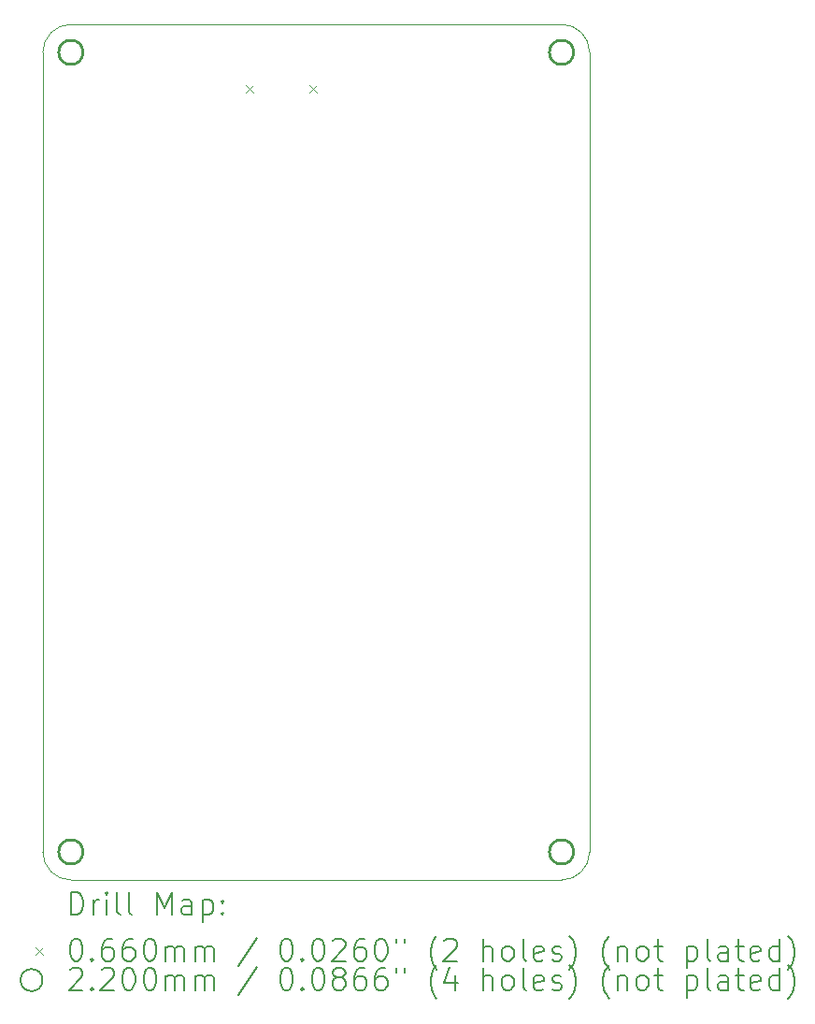
<source format=gbr>
%FSLAX45Y45*%
G04 Gerber Fmt 4.5, Leading zero omitted, Abs format (unit mm)*
G04 Created by KiCad (PCBNEW (6.0.2)) date 2022-04-01 16:02:18*
%MOMM*%
%LPD*%
G01*
G04 APERTURE LIST*
%TA.AperFunction,Profile*%
%ADD10C,0.050000*%
%TD*%
%ADD11C,0.200000*%
%ADD12C,0.066040*%
%ADD13C,0.220000*%
G04 APERTURE END LIST*
D10*
X5969000Y-11303000D02*
G75*
G03*
X6223000Y-11557000I254000J0D01*
G01*
X10668000Y-11557000D02*
G75*
G03*
X10922000Y-11303000I0J254000D01*
G01*
X5969000Y-11303000D02*
X5969000Y-4064000D01*
X10668000Y-11557000D02*
X6223000Y-11557000D01*
X10922000Y-4064000D02*
G75*
G03*
X10668000Y-3810000I-254000J0D01*
G01*
X10922000Y-4064000D02*
X10922000Y-11303000D01*
X6223000Y-3810000D02*
G75*
G03*
X5969000Y-4064000I0J-254000D01*
G01*
X6223000Y-3810000D02*
X10668000Y-3810000D01*
D11*
D12*
X7805980Y-4361360D02*
X7872020Y-4427400D01*
X7872020Y-4361360D02*
X7805980Y-4427400D01*
X8383980Y-4361360D02*
X8450020Y-4427400D01*
X8450020Y-4361360D02*
X8383980Y-4427400D01*
D13*
X6333000Y-4064000D02*
G75*
G03*
X6333000Y-4064000I-110000J0D01*
G01*
X6333000Y-11303000D02*
G75*
G03*
X6333000Y-11303000I-110000J0D01*
G01*
X10778000Y-4064000D02*
G75*
G03*
X10778000Y-4064000I-110000J0D01*
G01*
X10778000Y-11303000D02*
G75*
G03*
X10778000Y-11303000I-110000J0D01*
G01*
D11*
X6224119Y-11869976D02*
X6224119Y-11669976D01*
X6271738Y-11669976D01*
X6300309Y-11679500D01*
X6319357Y-11698548D01*
X6328881Y-11717595D01*
X6338405Y-11755690D01*
X6338405Y-11784262D01*
X6328881Y-11822357D01*
X6319357Y-11841405D01*
X6300309Y-11860452D01*
X6271738Y-11869976D01*
X6224119Y-11869976D01*
X6424119Y-11869976D02*
X6424119Y-11736643D01*
X6424119Y-11774738D02*
X6433643Y-11755690D01*
X6443167Y-11746167D01*
X6462214Y-11736643D01*
X6481262Y-11736643D01*
X6547928Y-11869976D02*
X6547928Y-11736643D01*
X6547928Y-11669976D02*
X6538405Y-11679500D01*
X6547928Y-11689024D01*
X6557452Y-11679500D01*
X6547928Y-11669976D01*
X6547928Y-11689024D01*
X6671738Y-11869976D02*
X6652690Y-11860452D01*
X6643167Y-11841405D01*
X6643167Y-11669976D01*
X6776500Y-11869976D02*
X6757452Y-11860452D01*
X6747928Y-11841405D01*
X6747928Y-11669976D01*
X7005071Y-11869976D02*
X7005071Y-11669976D01*
X7071738Y-11812833D01*
X7138405Y-11669976D01*
X7138405Y-11869976D01*
X7319357Y-11869976D02*
X7319357Y-11765214D01*
X7309833Y-11746167D01*
X7290786Y-11736643D01*
X7252690Y-11736643D01*
X7233643Y-11746167D01*
X7319357Y-11860452D02*
X7300309Y-11869976D01*
X7252690Y-11869976D01*
X7233643Y-11860452D01*
X7224119Y-11841405D01*
X7224119Y-11822357D01*
X7233643Y-11803309D01*
X7252690Y-11793786D01*
X7300309Y-11793786D01*
X7319357Y-11784262D01*
X7414595Y-11736643D02*
X7414595Y-11936643D01*
X7414595Y-11746167D02*
X7433643Y-11736643D01*
X7471738Y-11736643D01*
X7490786Y-11746167D01*
X7500309Y-11755690D01*
X7509833Y-11774738D01*
X7509833Y-11831881D01*
X7500309Y-11850928D01*
X7490786Y-11860452D01*
X7471738Y-11869976D01*
X7433643Y-11869976D01*
X7414595Y-11860452D01*
X7595548Y-11850928D02*
X7605071Y-11860452D01*
X7595548Y-11869976D01*
X7586024Y-11860452D01*
X7595548Y-11850928D01*
X7595548Y-11869976D01*
X7595548Y-11746167D02*
X7605071Y-11755690D01*
X7595548Y-11765214D01*
X7586024Y-11755690D01*
X7595548Y-11746167D01*
X7595548Y-11765214D01*
D12*
X5900460Y-12166480D02*
X5966500Y-12232520D01*
X5966500Y-12166480D02*
X5900460Y-12232520D01*
D11*
X6262214Y-12089976D02*
X6281262Y-12089976D01*
X6300309Y-12099500D01*
X6309833Y-12109024D01*
X6319357Y-12128071D01*
X6328881Y-12166167D01*
X6328881Y-12213786D01*
X6319357Y-12251881D01*
X6309833Y-12270928D01*
X6300309Y-12280452D01*
X6281262Y-12289976D01*
X6262214Y-12289976D01*
X6243167Y-12280452D01*
X6233643Y-12270928D01*
X6224119Y-12251881D01*
X6214595Y-12213786D01*
X6214595Y-12166167D01*
X6224119Y-12128071D01*
X6233643Y-12109024D01*
X6243167Y-12099500D01*
X6262214Y-12089976D01*
X6414595Y-12270928D02*
X6424119Y-12280452D01*
X6414595Y-12289976D01*
X6405071Y-12280452D01*
X6414595Y-12270928D01*
X6414595Y-12289976D01*
X6595548Y-12089976D02*
X6557452Y-12089976D01*
X6538405Y-12099500D01*
X6528881Y-12109024D01*
X6509833Y-12137595D01*
X6500309Y-12175690D01*
X6500309Y-12251881D01*
X6509833Y-12270928D01*
X6519357Y-12280452D01*
X6538405Y-12289976D01*
X6576500Y-12289976D01*
X6595548Y-12280452D01*
X6605071Y-12270928D01*
X6614595Y-12251881D01*
X6614595Y-12204262D01*
X6605071Y-12185214D01*
X6595548Y-12175690D01*
X6576500Y-12166167D01*
X6538405Y-12166167D01*
X6519357Y-12175690D01*
X6509833Y-12185214D01*
X6500309Y-12204262D01*
X6786024Y-12089976D02*
X6747928Y-12089976D01*
X6728881Y-12099500D01*
X6719357Y-12109024D01*
X6700309Y-12137595D01*
X6690786Y-12175690D01*
X6690786Y-12251881D01*
X6700309Y-12270928D01*
X6709833Y-12280452D01*
X6728881Y-12289976D01*
X6766976Y-12289976D01*
X6786024Y-12280452D01*
X6795548Y-12270928D01*
X6805071Y-12251881D01*
X6805071Y-12204262D01*
X6795548Y-12185214D01*
X6786024Y-12175690D01*
X6766976Y-12166167D01*
X6728881Y-12166167D01*
X6709833Y-12175690D01*
X6700309Y-12185214D01*
X6690786Y-12204262D01*
X6928881Y-12089976D02*
X6947928Y-12089976D01*
X6966976Y-12099500D01*
X6976500Y-12109024D01*
X6986024Y-12128071D01*
X6995548Y-12166167D01*
X6995548Y-12213786D01*
X6986024Y-12251881D01*
X6976500Y-12270928D01*
X6966976Y-12280452D01*
X6947928Y-12289976D01*
X6928881Y-12289976D01*
X6909833Y-12280452D01*
X6900309Y-12270928D01*
X6890786Y-12251881D01*
X6881262Y-12213786D01*
X6881262Y-12166167D01*
X6890786Y-12128071D01*
X6900309Y-12109024D01*
X6909833Y-12099500D01*
X6928881Y-12089976D01*
X7081262Y-12289976D02*
X7081262Y-12156643D01*
X7081262Y-12175690D02*
X7090786Y-12166167D01*
X7109833Y-12156643D01*
X7138405Y-12156643D01*
X7157452Y-12166167D01*
X7166976Y-12185214D01*
X7166976Y-12289976D01*
X7166976Y-12185214D02*
X7176500Y-12166167D01*
X7195548Y-12156643D01*
X7224119Y-12156643D01*
X7243167Y-12166167D01*
X7252690Y-12185214D01*
X7252690Y-12289976D01*
X7347928Y-12289976D02*
X7347928Y-12156643D01*
X7347928Y-12175690D02*
X7357452Y-12166167D01*
X7376500Y-12156643D01*
X7405071Y-12156643D01*
X7424119Y-12166167D01*
X7433643Y-12185214D01*
X7433643Y-12289976D01*
X7433643Y-12185214D02*
X7443167Y-12166167D01*
X7462214Y-12156643D01*
X7490786Y-12156643D01*
X7509833Y-12166167D01*
X7519357Y-12185214D01*
X7519357Y-12289976D01*
X7909833Y-12080452D02*
X7738405Y-12337595D01*
X8166976Y-12089976D02*
X8186024Y-12089976D01*
X8205071Y-12099500D01*
X8214595Y-12109024D01*
X8224119Y-12128071D01*
X8233643Y-12166167D01*
X8233643Y-12213786D01*
X8224119Y-12251881D01*
X8214595Y-12270928D01*
X8205071Y-12280452D01*
X8186024Y-12289976D01*
X8166976Y-12289976D01*
X8147928Y-12280452D01*
X8138405Y-12270928D01*
X8128881Y-12251881D01*
X8119357Y-12213786D01*
X8119357Y-12166167D01*
X8128881Y-12128071D01*
X8138405Y-12109024D01*
X8147928Y-12099500D01*
X8166976Y-12089976D01*
X8319357Y-12270928D02*
X8328881Y-12280452D01*
X8319357Y-12289976D01*
X8309833Y-12280452D01*
X8319357Y-12270928D01*
X8319357Y-12289976D01*
X8452690Y-12089976D02*
X8471738Y-12089976D01*
X8490786Y-12099500D01*
X8500310Y-12109024D01*
X8509833Y-12128071D01*
X8519357Y-12166167D01*
X8519357Y-12213786D01*
X8509833Y-12251881D01*
X8500310Y-12270928D01*
X8490786Y-12280452D01*
X8471738Y-12289976D01*
X8452690Y-12289976D01*
X8433643Y-12280452D01*
X8424119Y-12270928D01*
X8414595Y-12251881D01*
X8405071Y-12213786D01*
X8405071Y-12166167D01*
X8414595Y-12128071D01*
X8424119Y-12109024D01*
X8433643Y-12099500D01*
X8452690Y-12089976D01*
X8595548Y-12109024D02*
X8605071Y-12099500D01*
X8624119Y-12089976D01*
X8671738Y-12089976D01*
X8690786Y-12099500D01*
X8700310Y-12109024D01*
X8709833Y-12128071D01*
X8709833Y-12147119D01*
X8700310Y-12175690D01*
X8586024Y-12289976D01*
X8709833Y-12289976D01*
X8881262Y-12089976D02*
X8843167Y-12089976D01*
X8824119Y-12099500D01*
X8814595Y-12109024D01*
X8795548Y-12137595D01*
X8786024Y-12175690D01*
X8786024Y-12251881D01*
X8795548Y-12270928D01*
X8805071Y-12280452D01*
X8824119Y-12289976D01*
X8862214Y-12289976D01*
X8881262Y-12280452D01*
X8890786Y-12270928D01*
X8900310Y-12251881D01*
X8900310Y-12204262D01*
X8890786Y-12185214D01*
X8881262Y-12175690D01*
X8862214Y-12166167D01*
X8824119Y-12166167D01*
X8805071Y-12175690D01*
X8795548Y-12185214D01*
X8786024Y-12204262D01*
X9024119Y-12089976D02*
X9043167Y-12089976D01*
X9062214Y-12099500D01*
X9071738Y-12109024D01*
X9081262Y-12128071D01*
X9090786Y-12166167D01*
X9090786Y-12213786D01*
X9081262Y-12251881D01*
X9071738Y-12270928D01*
X9062214Y-12280452D01*
X9043167Y-12289976D01*
X9024119Y-12289976D01*
X9005071Y-12280452D01*
X8995548Y-12270928D01*
X8986024Y-12251881D01*
X8976500Y-12213786D01*
X8976500Y-12166167D01*
X8986024Y-12128071D01*
X8995548Y-12109024D01*
X9005071Y-12099500D01*
X9024119Y-12089976D01*
X9166976Y-12089976D02*
X9166976Y-12128071D01*
X9243167Y-12089976D02*
X9243167Y-12128071D01*
X9538405Y-12366167D02*
X9528881Y-12356643D01*
X9509833Y-12328071D01*
X9500310Y-12309024D01*
X9490786Y-12280452D01*
X9481262Y-12232833D01*
X9481262Y-12194738D01*
X9490786Y-12147119D01*
X9500310Y-12118548D01*
X9509833Y-12099500D01*
X9528881Y-12070928D01*
X9538405Y-12061405D01*
X9605071Y-12109024D02*
X9614595Y-12099500D01*
X9633643Y-12089976D01*
X9681262Y-12089976D01*
X9700310Y-12099500D01*
X9709833Y-12109024D01*
X9719357Y-12128071D01*
X9719357Y-12147119D01*
X9709833Y-12175690D01*
X9595548Y-12289976D01*
X9719357Y-12289976D01*
X9957452Y-12289976D02*
X9957452Y-12089976D01*
X10043167Y-12289976D02*
X10043167Y-12185214D01*
X10033643Y-12166167D01*
X10014595Y-12156643D01*
X9986024Y-12156643D01*
X9966976Y-12166167D01*
X9957452Y-12175690D01*
X10166976Y-12289976D02*
X10147929Y-12280452D01*
X10138405Y-12270928D01*
X10128881Y-12251881D01*
X10128881Y-12194738D01*
X10138405Y-12175690D01*
X10147929Y-12166167D01*
X10166976Y-12156643D01*
X10195548Y-12156643D01*
X10214595Y-12166167D01*
X10224119Y-12175690D01*
X10233643Y-12194738D01*
X10233643Y-12251881D01*
X10224119Y-12270928D01*
X10214595Y-12280452D01*
X10195548Y-12289976D01*
X10166976Y-12289976D01*
X10347929Y-12289976D02*
X10328881Y-12280452D01*
X10319357Y-12261405D01*
X10319357Y-12089976D01*
X10500310Y-12280452D02*
X10481262Y-12289976D01*
X10443167Y-12289976D01*
X10424119Y-12280452D01*
X10414595Y-12261405D01*
X10414595Y-12185214D01*
X10424119Y-12166167D01*
X10443167Y-12156643D01*
X10481262Y-12156643D01*
X10500310Y-12166167D01*
X10509833Y-12185214D01*
X10509833Y-12204262D01*
X10414595Y-12223309D01*
X10586024Y-12280452D02*
X10605071Y-12289976D01*
X10643167Y-12289976D01*
X10662214Y-12280452D01*
X10671738Y-12261405D01*
X10671738Y-12251881D01*
X10662214Y-12232833D01*
X10643167Y-12223309D01*
X10614595Y-12223309D01*
X10595548Y-12213786D01*
X10586024Y-12194738D01*
X10586024Y-12185214D01*
X10595548Y-12166167D01*
X10614595Y-12156643D01*
X10643167Y-12156643D01*
X10662214Y-12166167D01*
X10738405Y-12366167D02*
X10747929Y-12356643D01*
X10766976Y-12328071D01*
X10776500Y-12309024D01*
X10786024Y-12280452D01*
X10795548Y-12232833D01*
X10795548Y-12194738D01*
X10786024Y-12147119D01*
X10776500Y-12118548D01*
X10766976Y-12099500D01*
X10747929Y-12070928D01*
X10738405Y-12061405D01*
X11100310Y-12366167D02*
X11090786Y-12356643D01*
X11071738Y-12328071D01*
X11062214Y-12309024D01*
X11052690Y-12280452D01*
X11043167Y-12232833D01*
X11043167Y-12194738D01*
X11052690Y-12147119D01*
X11062214Y-12118548D01*
X11071738Y-12099500D01*
X11090786Y-12070928D01*
X11100310Y-12061405D01*
X11176500Y-12156643D02*
X11176500Y-12289976D01*
X11176500Y-12175690D02*
X11186024Y-12166167D01*
X11205071Y-12156643D01*
X11233643Y-12156643D01*
X11252690Y-12166167D01*
X11262214Y-12185214D01*
X11262214Y-12289976D01*
X11386024Y-12289976D02*
X11366976Y-12280452D01*
X11357452Y-12270928D01*
X11347928Y-12251881D01*
X11347928Y-12194738D01*
X11357452Y-12175690D01*
X11366976Y-12166167D01*
X11386024Y-12156643D01*
X11414595Y-12156643D01*
X11433643Y-12166167D01*
X11443167Y-12175690D01*
X11452690Y-12194738D01*
X11452690Y-12251881D01*
X11443167Y-12270928D01*
X11433643Y-12280452D01*
X11414595Y-12289976D01*
X11386024Y-12289976D01*
X11509833Y-12156643D02*
X11586024Y-12156643D01*
X11538405Y-12089976D02*
X11538405Y-12261405D01*
X11547928Y-12280452D01*
X11566976Y-12289976D01*
X11586024Y-12289976D01*
X11805071Y-12156643D02*
X11805071Y-12356643D01*
X11805071Y-12166167D02*
X11824119Y-12156643D01*
X11862214Y-12156643D01*
X11881262Y-12166167D01*
X11890786Y-12175690D01*
X11900309Y-12194738D01*
X11900309Y-12251881D01*
X11890786Y-12270928D01*
X11881262Y-12280452D01*
X11862214Y-12289976D01*
X11824119Y-12289976D01*
X11805071Y-12280452D01*
X12014595Y-12289976D02*
X11995548Y-12280452D01*
X11986024Y-12261405D01*
X11986024Y-12089976D01*
X12176500Y-12289976D02*
X12176500Y-12185214D01*
X12166976Y-12166167D01*
X12147928Y-12156643D01*
X12109833Y-12156643D01*
X12090786Y-12166167D01*
X12176500Y-12280452D02*
X12157452Y-12289976D01*
X12109833Y-12289976D01*
X12090786Y-12280452D01*
X12081262Y-12261405D01*
X12081262Y-12242357D01*
X12090786Y-12223309D01*
X12109833Y-12213786D01*
X12157452Y-12213786D01*
X12176500Y-12204262D01*
X12243167Y-12156643D02*
X12319357Y-12156643D01*
X12271738Y-12089976D02*
X12271738Y-12261405D01*
X12281262Y-12280452D01*
X12300309Y-12289976D01*
X12319357Y-12289976D01*
X12462214Y-12280452D02*
X12443167Y-12289976D01*
X12405071Y-12289976D01*
X12386024Y-12280452D01*
X12376500Y-12261405D01*
X12376500Y-12185214D01*
X12386024Y-12166167D01*
X12405071Y-12156643D01*
X12443167Y-12156643D01*
X12462214Y-12166167D01*
X12471738Y-12185214D01*
X12471738Y-12204262D01*
X12376500Y-12223309D01*
X12643167Y-12289976D02*
X12643167Y-12089976D01*
X12643167Y-12280452D02*
X12624119Y-12289976D01*
X12586024Y-12289976D01*
X12566976Y-12280452D01*
X12557452Y-12270928D01*
X12547928Y-12251881D01*
X12547928Y-12194738D01*
X12557452Y-12175690D01*
X12566976Y-12166167D01*
X12586024Y-12156643D01*
X12624119Y-12156643D01*
X12643167Y-12166167D01*
X12719357Y-12366167D02*
X12728881Y-12356643D01*
X12747928Y-12328071D01*
X12757452Y-12309024D01*
X12766976Y-12280452D01*
X12776500Y-12232833D01*
X12776500Y-12194738D01*
X12766976Y-12147119D01*
X12757452Y-12118548D01*
X12747928Y-12099500D01*
X12728881Y-12070928D01*
X12719357Y-12061405D01*
X5966500Y-12463500D02*
G75*
G03*
X5966500Y-12463500I-100000J0D01*
G01*
X6214595Y-12373024D02*
X6224119Y-12363500D01*
X6243167Y-12353976D01*
X6290786Y-12353976D01*
X6309833Y-12363500D01*
X6319357Y-12373024D01*
X6328881Y-12392071D01*
X6328881Y-12411119D01*
X6319357Y-12439690D01*
X6205071Y-12553976D01*
X6328881Y-12553976D01*
X6414595Y-12534928D02*
X6424119Y-12544452D01*
X6414595Y-12553976D01*
X6405071Y-12544452D01*
X6414595Y-12534928D01*
X6414595Y-12553976D01*
X6500309Y-12373024D02*
X6509833Y-12363500D01*
X6528881Y-12353976D01*
X6576500Y-12353976D01*
X6595548Y-12363500D01*
X6605071Y-12373024D01*
X6614595Y-12392071D01*
X6614595Y-12411119D01*
X6605071Y-12439690D01*
X6490786Y-12553976D01*
X6614595Y-12553976D01*
X6738405Y-12353976D02*
X6757452Y-12353976D01*
X6776500Y-12363500D01*
X6786024Y-12373024D01*
X6795548Y-12392071D01*
X6805071Y-12430167D01*
X6805071Y-12477786D01*
X6795548Y-12515881D01*
X6786024Y-12534928D01*
X6776500Y-12544452D01*
X6757452Y-12553976D01*
X6738405Y-12553976D01*
X6719357Y-12544452D01*
X6709833Y-12534928D01*
X6700309Y-12515881D01*
X6690786Y-12477786D01*
X6690786Y-12430167D01*
X6700309Y-12392071D01*
X6709833Y-12373024D01*
X6719357Y-12363500D01*
X6738405Y-12353976D01*
X6928881Y-12353976D02*
X6947928Y-12353976D01*
X6966976Y-12363500D01*
X6976500Y-12373024D01*
X6986024Y-12392071D01*
X6995548Y-12430167D01*
X6995548Y-12477786D01*
X6986024Y-12515881D01*
X6976500Y-12534928D01*
X6966976Y-12544452D01*
X6947928Y-12553976D01*
X6928881Y-12553976D01*
X6909833Y-12544452D01*
X6900309Y-12534928D01*
X6890786Y-12515881D01*
X6881262Y-12477786D01*
X6881262Y-12430167D01*
X6890786Y-12392071D01*
X6900309Y-12373024D01*
X6909833Y-12363500D01*
X6928881Y-12353976D01*
X7081262Y-12553976D02*
X7081262Y-12420643D01*
X7081262Y-12439690D02*
X7090786Y-12430167D01*
X7109833Y-12420643D01*
X7138405Y-12420643D01*
X7157452Y-12430167D01*
X7166976Y-12449214D01*
X7166976Y-12553976D01*
X7166976Y-12449214D02*
X7176500Y-12430167D01*
X7195548Y-12420643D01*
X7224119Y-12420643D01*
X7243167Y-12430167D01*
X7252690Y-12449214D01*
X7252690Y-12553976D01*
X7347928Y-12553976D02*
X7347928Y-12420643D01*
X7347928Y-12439690D02*
X7357452Y-12430167D01*
X7376500Y-12420643D01*
X7405071Y-12420643D01*
X7424119Y-12430167D01*
X7433643Y-12449214D01*
X7433643Y-12553976D01*
X7433643Y-12449214D02*
X7443167Y-12430167D01*
X7462214Y-12420643D01*
X7490786Y-12420643D01*
X7509833Y-12430167D01*
X7519357Y-12449214D01*
X7519357Y-12553976D01*
X7909833Y-12344452D02*
X7738405Y-12601595D01*
X8166976Y-12353976D02*
X8186024Y-12353976D01*
X8205071Y-12363500D01*
X8214595Y-12373024D01*
X8224119Y-12392071D01*
X8233643Y-12430167D01*
X8233643Y-12477786D01*
X8224119Y-12515881D01*
X8214595Y-12534928D01*
X8205071Y-12544452D01*
X8186024Y-12553976D01*
X8166976Y-12553976D01*
X8147928Y-12544452D01*
X8138405Y-12534928D01*
X8128881Y-12515881D01*
X8119357Y-12477786D01*
X8119357Y-12430167D01*
X8128881Y-12392071D01*
X8138405Y-12373024D01*
X8147928Y-12363500D01*
X8166976Y-12353976D01*
X8319357Y-12534928D02*
X8328881Y-12544452D01*
X8319357Y-12553976D01*
X8309833Y-12544452D01*
X8319357Y-12534928D01*
X8319357Y-12553976D01*
X8452690Y-12353976D02*
X8471738Y-12353976D01*
X8490786Y-12363500D01*
X8500310Y-12373024D01*
X8509833Y-12392071D01*
X8519357Y-12430167D01*
X8519357Y-12477786D01*
X8509833Y-12515881D01*
X8500310Y-12534928D01*
X8490786Y-12544452D01*
X8471738Y-12553976D01*
X8452690Y-12553976D01*
X8433643Y-12544452D01*
X8424119Y-12534928D01*
X8414595Y-12515881D01*
X8405071Y-12477786D01*
X8405071Y-12430167D01*
X8414595Y-12392071D01*
X8424119Y-12373024D01*
X8433643Y-12363500D01*
X8452690Y-12353976D01*
X8633643Y-12439690D02*
X8614595Y-12430167D01*
X8605071Y-12420643D01*
X8595548Y-12401595D01*
X8595548Y-12392071D01*
X8605071Y-12373024D01*
X8614595Y-12363500D01*
X8633643Y-12353976D01*
X8671738Y-12353976D01*
X8690786Y-12363500D01*
X8700310Y-12373024D01*
X8709833Y-12392071D01*
X8709833Y-12401595D01*
X8700310Y-12420643D01*
X8690786Y-12430167D01*
X8671738Y-12439690D01*
X8633643Y-12439690D01*
X8614595Y-12449214D01*
X8605071Y-12458738D01*
X8595548Y-12477786D01*
X8595548Y-12515881D01*
X8605071Y-12534928D01*
X8614595Y-12544452D01*
X8633643Y-12553976D01*
X8671738Y-12553976D01*
X8690786Y-12544452D01*
X8700310Y-12534928D01*
X8709833Y-12515881D01*
X8709833Y-12477786D01*
X8700310Y-12458738D01*
X8690786Y-12449214D01*
X8671738Y-12439690D01*
X8881262Y-12353976D02*
X8843167Y-12353976D01*
X8824119Y-12363500D01*
X8814595Y-12373024D01*
X8795548Y-12401595D01*
X8786024Y-12439690D01*
X8786024Y-12515881D01*
X8795548Y-12534928D01*
X8805071Y-12544452D01*
X8824119Y-12553976D01*
X8862214Y-12553976D01*
X8881262Y-12544452D01*
X8890786Y-12534928D01*
X8900310Y-12515881D01*
X8900310Y-12468262D01*
X8890786Y-12449214D01*
X8881262Y-12439690D01*
X8862214Y-12430167D01*
X8824119Y-12430167D01*
X8805071Y-12439690D01*
X8795548Y-12449214D01*
X8786024Y-12468262D01*
X9071738Y-12353976D02*
X9033643Y-12353976D01*
X9014595Y-12363500D01*
X9005071Y-12373024D01*
X8986024Y-12401595D01*
X8976500Y-12439690D01*
X8976500Y-12515881D01*
X8986024Y-12534928D01*
X8995548Y-12544452D01*
X9014595Y-12553976D01*
X9052690Y-12553976D01*
X9071738Y-12544452D01*
X9081262Y-12534928D01*
X9090786Y-12515881D01*
X9090786Y-12468262D01*
X9081262Y-12449214D01*
X9071738Y-12439690D01*
X9052690Y-12430167D01*
X9014595Y-12430167D01*
X8995548Y-12439690D01*
X8986024Y-12449214D01*
X8976500Y-12468262D01*
X9166976Y-12353976D02*
X9166976Y-12392071D01*
X9243167Y-12353976D02*
X9243167Y-12392071D01*
X9538405Y-12630167D02*
X9528881Y-12620643D01*
X9509833Y-12592071D01*
X9500310Y-12573024D01*
X9490786Y-12544452D01*
X9481262Y-12496833D01*
X9481262Y-12458738D01*
X9490786Y-12411119D01*
X9500310Y-12382548D01*
X9509833Y-12363500D01*
X9528881Y-12334928D01*
X9538405Y-12325405D01*
X9700310Y-12420643D02*
X9700310Y-12553976D01*
X9652690Y-12344452D02*
X9605071Y-12487309D01*
X9728881Y-12487309D01*
X9957452Y-12553976D02*
X9957452Y-12353976D01*
X10043167Y-12553976D02*
X10043167Y-12449214D01*
X10033643Y-12430167D01*
X10014595Y-12420643D01*
X9986024Y-12420643D01*
X9966976Y-12430167D01*
X9957452Y-12439690D01*
X10166976Y-12553976D02*
X10147929Y-12544452D01*
X10138405Y-12534928D01*
X10128881Y-12515881D01*
X10128881Y-12458738D01*
X10138405Y-12439690D01*
X10147929Y-12430167D01*
X10166976Y-12420643D01*
X10195548Y-12420643D01*
X10214595Y-12430167D01*
X10224119Y-12439690D01*
X10233643Y-12458738D01*
X10233643Y-12515881D01*
X10224119Y-12534928D01*
X10214595Y-12544452D01*
X10195548Y-12553976D01*
X10166976Y-12553976D01*
X10347929Y-12553976D02*
X10328881Y-12544452D01*
X10319357Y-12525405D01*
X10319357Y-12353976D01*
X10500310Y-12544452D02*
X10481262Y-12553976D01*
X10443167Y-12553976D01*
X10424119Y-12544452D01*
X10414595Y-12525405D01*
X10414595Y-12449214D01*
X10424119Y-12430167D01*
X10443167Y-12420643D01*
X10481262Y-12420643D01*
X10500310Y-12430167D01*
X10509833Y-12449214D01*
X10509833Y-12468262D01*
X10414595Y-12487309D01*
X10586024Y-12544452D02*
X10605071Y-12553976D01*
X10643167Y-12553976D01*
X10662214Y-12544452D01*
X10671738Y-12525405D01*
X10671738Y-12515881D01*
X10662214Y-12496833D01*
X10643167Y-12487309D01*
X10614595Y-12487309D01*
X10595548Y-12477786D01*
X10586024Y-12458738D01*
X10586024Y-12449214D01*
X10595548Y-12430167D01*
X10614595Y-12420643D01*
X10643167Y-12420643D01*
X10662214Y-12430167D01*
X10738405Y-12630167D02*
X10747929Y-12620643D01*
X10766976Y-12592071D01*
X10776500Y-12573024D01*
X10786024Y-12544452D01*
X10795548Y-12496833D01*
X10795548Y-12458738D01*
X10786024Y-12411119D01*
X10776500Y-12382548D01*
X10766976Y-12363500D01*
X10747929Y-12334928D01*
X10738405Y-12325405D01*
X11100310Y-12630167D02*
X11090786Y-12620643D01*
X11071738Y-12592071D01*
X11062214Y-12573024D01*
X11052690Y-12544452D01*
X11043167Y-12496833D01*
X11043167Y-12458738D01*
X11052690Y-12411119D01*
X11062214Y-12382548D01*
X11071738Y-12363500D01*
X11090786Y-12334928D01*
X11100310Y-12325405D01*
X11176500Y-12420643D02*
X11176500Y-12553976D01*
X11176500Y-12439690D02*
X11186024Y-12430167D01*
X11205071Y-12420643D01*
X11233643Y-12420643D01*
X11252690Y-12430167D01*
X11262214Y-12449214D01*
X11262214Y-12553976D01*
X11386024Y-12553976D02*
X11366976Y-12544452D01*
X11357452Y-12534928D01*
X11347928Y-12515881D01*
X11347928Y-12458738D01*
X11357452Y-12439690D01*
X11366976Y-12430167D01*
X11386024Y-12420643D01*
X11414595Y-12420643D01*
X11433643Y-12430167D01*
X11443167Y-12439690D01*
X11452690Y-12458738D01*
X11452690Y-12515881D01*
X11443167Y-12534928D01*
X11433643Y-12544452D01*
X11414595Y-12553976D01*
X11386024Y-12553976D01*
X11509833Y-12420643D02*
X11586024Y-12420643D01*
X11538405Y-12353976D02*
X11538405Y-12525405D01*
X11547928Y-12544452D01*
X11566976Y-12553976D01*
X11586024Y-12553976D01*
X11805071Y-12420643D02*
X11805071Y-12620643D01*
X11805071Y-12430167D02*
X11824119Y-12420643D01*
X11862214Y-12420643D01*
X11881262Y-12430167D01*
X11890786Y-12439690D01*
X11900309Y-12458738D01*
X11900309Y-12515881D01*
X11890786Y-12534928D01*
X11881262Y-12544452D01*
X11862214Y-12553976D01*
X11824119Y-12553976D01*
X11805071Y-12544452D01*
X12014595Y-12553976D02*
X11995548Y-12544452D01*
X11986024Y-12525405D01*
X11986024Y-12353976D01*
X12176500Y-12553976D02*
X12176500Y-12449214D01*
X12166976Y-12430167D01*
X12147928Y-12420643D01*
X12109833Y-12420643D01*
X12090786Y-12430167D01*
X12176500Y-12544452D02*
X12157452Y-12553976D01*
X12109833Y-12553976D01*
X12090786Y-12544452D01*
X12081262Y-12525405D01*
X12081262Y-12506357D01*
X12090786Y-12487309D01*
X12109833Y-12477786D01*
X12157452Y-12477786D01*
X12176500Y-12468262D01*
X12243167Y-12420643D02*
X12319357Y-12420643D01*
X12271738Y-12353976D02*
X12271738Y-12525405D01*
X12281262Y-12544452D01*
X12300309Y-12553976D01*
X12319357Y-12553976D01*
X12462214Y-12544452D02*
X12443167Y-12553976D01*
X12405071Y-12553976D01*
X12386024Y-12544452D01*
X12376500Y-12525405D01*
X12376500Y-12449214D01*
X12386024Y-12430167D01*
X12405071Y-12420643D01*
X12443167Y-12420643D01*
X12462214Y-12430167D01*
X12471738Y-12449214D01*
X12471738Y-12468262D01*
X12376500Y-12487309D01*
X12643167Y-12553976D02*
X12643167Y-12353976D01*
X12643167Y-12544452D02*
X12624119Y-12553976D01*
X12586024Y-12553976D01*
X12566976Y-12544452D01*
X12557452Y-12534928D01*
X12547928Y-12515881D01*
X12547928Y-12458738D01*
X12557452Y-12439690D01*
X12566976Y-12430167D01*
X12586024Y-12420643D01*
X12624119Y-12420643D01*
X12643167Y-12430167D01*
X12719357Y-12630167D02*
X12728881Y-12620643D01*
X12747928Y-12592071D01*
X12757452Y-12573024D01*
X12766976Y-12544452D01*
X12776500Y-12496833D01*
X12776500Y-12458738D01*
X12766976Y-12411119D01*
X12757452Y-12382548D01*
X12747928Y-12363500D01*
X12728881Y-12334928D01*
X12719357Y-12325405D01*
M02*

</source>
